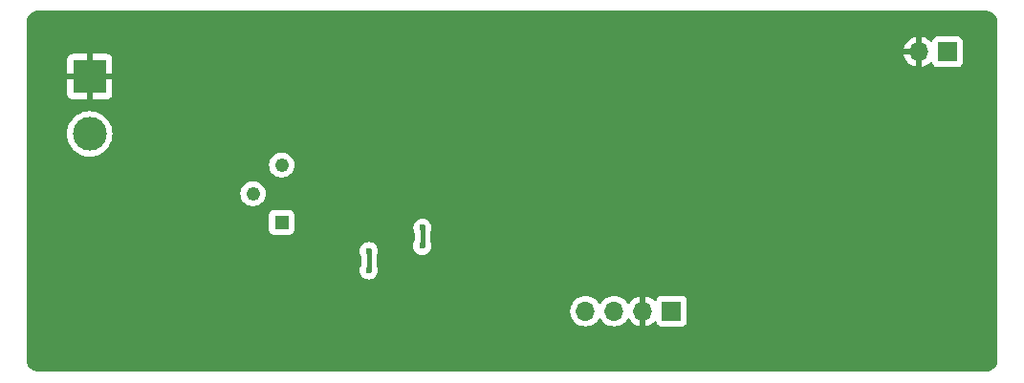
<source format=gbr>
%TF.GenerationSoftware,KiCad,Pcbnew,8.0.2*%
%TF.CreationDate,2024-06-27T01:20:11-06:00*%
%TF.ProjectId,2024_NE555_ChargePump,32303234-5f4e-4453-9535-355f43686172,rev?*%
%TF.SameCoordinates,Original*%
%TF.FileFunction,Copper,L2,Bot*%
%TF.FilePolarity,Positive*%
%FSLAX46Y46*%
G04 Gerber Fmt 4.6, Leading zero omitted, Abs format (unit mm)*
G04 Created by KiCad (PCBNEW 8.0.2) date 2024-06-27 01:20:11*
%MOMM*%
%LPD*%
G01*
G04 APERTURE LIST*
%TA.AperFunction,ComponentPad*%
%ADD10R,1.700000X1.700000*%
%TD*%
%TA.AperFunction,ComponentPad*%
%ADD11O,1.700000X1.700000*%
%TD*%
%TA.AperFunction,ComponentPad*%
%ADD12R,3.000000X3.000000*%
%TD*%
%TA.AperFunction,ComponentPad*%
%ADD13C,3.000000*%
%TD*%
%TA.AperFunction,ComponentPad*%
%ADD14R,1.222000X1.222000*%
%TD*%
%TA.AperFunction,ComponentPad*%
%ADD15C,1.222000*%
%TD*%
%TA.AperFunction,ViaPad*%
%ADD16C,0.600000*%
%TD*%
%TA.AperFunction,Conductor*%
%ADD17C,0.381000*%
%TD*%
G04 APERTURE END LIST*
D10*
%TO.P,J3,1,Pin_1*%
%TO.N,/Charge_Out*%
X152237600Y-86938000D03*
D11*
%TO.P,J3,2,Pin_2*%
%TO.N,GND*%
X149697600Y-86938000D03*
%TO.P,J3,3,Pin_3*%
%TO.N,/SQUARE_2*%
X147157600Y-86938000D03*
%TO.P,J3,4,Pin_4*%
%TO.N,/SQUARE_1*%
X144617600Y-86938000D03*
%TD*%
D10*
%TO.P,J2,1,Pin_1*%
%TO.N,Net-(J2-Pin_1)*%
X176687400Y-63957200D03*
D11*
%TO.P,J2,2,Pin_2*%
%TO.N,GND*%
X174147400Y-63957200D03*
%TD*%
D12*
%TO.P,J1,1,Pin_1*%
%TO.N,GND*%
X100711000Y-66141600D03*
D13*
%TO.P,J1,2,Pin_2*%
%TO.N,VCC*%
X100711000Y-71221600D03*
%TD*%
D14*
%TO.P,RV1,1,1*%
%TO.N,/DIS*%
X117703600Y-79070200D03*
D15*
%TO.P,RV1,2,2*%
X115163600Y-76530200D03*
%TO.P,RV1,3,3*%
%TO.N,/THR*%
X117703600Y-73990200D03*
%TD*%
D16*
%TO.N,VCC*%
X130149600Y-81153000D03*
X130175000Y-79552800D03*
X125425200Y-81610200D03*
X125425200Y-83337400D03*
%TO.N,GND*%
X123672600Y-70383400D03*
X111048800Y-65125600D03*
X120624600Y-71501000D03*
X121691400Y-65938400D03*
X113512600Y-71145400D03*
X107873800Y-73660000D03*
X174955200Y-68021200D03*
%TD*%
D17*
%TO.N,VCC*%
X130175000Y-79552800D02*
X130175000Y-81127600D01*
X130175000Y-81127600D02*
X130149600Y-81153000D01*
X125425200Y-83337400D02*
X125425200Y-81610200D01*
%TD*%
%TA.AperFunction,Conductor*%
%TO.N,GND*%
G36*
X180091451Y-60317982D02*
G01*
X180137600Y-60322062D01*
X180254675Y-60332414D01*
X180276175Y-60336246D01*
X180429036Y-60377661D01*
X180449523Y-60385203D01*
X180592754Y-60452801D01*
X180611606Y-60463826D01*
X180740742Y-60555502D01*
X180757369Y-60569665D01*
X180868417Y-60682578D01*
X180882299Y-60699436D01*
X180944709Y-60790528D01*
X180971810Y-60830083D01*
X180982521Y-60849120D01*
X181047718Y-60993446D01*
X181054922Y-61014067D01*
X181093782Y-61167591D01*
X181097256Y-61189157D01*
X181108965Y-61352585D01*
X181109265Y-61363510D01*
X181108259Y-61423943D01*
X181108481Y-61425879D01*
X181109288Y-61440000D01*
X181109499Y-91282187D01*
X181109027Y-91292995D01*
X181094896Y-91454518D01*
X181091143Y-91475805D01*
X181050582Y-91627181D01*
X181043189Y-91647492D01*
X180976962Y-91789515D01*
X180966155Y-91808234D01*
X180876265Y-91936610D01*
X180862371Y-91953167D01*
X180751567Y-92063971D01*
X180735010Y-92077865D01*
X180606634Y-92167755D01*
X180587915Y-92178562D01*
X180445892Y-92244789D01*
X180425581Y-92252182D01*
X180274205Y-92292743D01*
X180252919Y-92296496D01*
X180107332Y-92309233D01*
X180091394Y-92310628D01*
X180080588Y-92311100D01*
X96144412Y-92311100D01*
X96133605Y-92310628D01*
X96115754Y-92309066D01*
X95972080Y-92296496D01*
X95950794Y-92292743D01*
X95799418Y-92252182D01*
X95779107Y-92244789D01*
X95637084Y-92178562D01*
X95618365Y-92167755D01*
X95489989Y-92077865D01*
X95473432Y-92063971D01*
X95362628Y-91953167D01*
X95348734Y-91936610D01*
X95258844Y-91808234D01*
X95248037Y-91789515D01*
X95237614Y-91767164D01*
X95181807Y-91647485D01*
X95174419Y-91627187D01*
X95133855Y-91475804D01*
X95130103Y-91454518D01*
X95115972Y-91292995D01*
X95115500Y-91282188D01*
X95115500Y-86937999D01*
X143261941Y-86937999D01*
X143261941Y-86938000D01*
X143282536Y-87173403D01*
X143282538Y-87173413D01*
X143343694Y-87401655D01*
X143343696Y-87401659D01*
X143343697Y-87401663D01*
X143423604Y-87573023D01*
X143443565Y-87615830D01*
X143443567Y-87615834D01*
X143551881Y-87770521D01*
X143579105Y-87809401D01*
X143746199Y-87976495D01*
X143842984Y-88044265D01*
X143939765Y-88112032D01*
X143939767Y-88112033D01*
X143939770Y-88112035D01*
X144153937Y-88211903D01*
X144382192Y-88273063D01*
X144558634Y-88288500D01*
X144617599Y-88293659D01*
X144617600Y-88293659D01*
X144617601Y-88293659D01*
X144676566Y-88288500D01*
X144853008Y-88273063D01*
X145081263Y-88211903D01*
X145295430Y-88112035D01*
X145489001Y-87976495D01*
X145656095Y-87809401D01*
X145786025Y-87623842D01*
X145840602Y-87580217D01*
X145910100Y-87573023D01*
X145972455Y-87604546D01*
X145989175Y-87623842D01*
X146119100Y-87809395D01*
X146119105Y-87809401D01*
X146286199Y-87976495D01*
X146382984Y-88044265D01*
X146479765Y-88112032D01*
X146479767Y-88112033D01*
X146479770Y-88112035D01*
X146693937Y-88211903D01*
X146922192Y-88273063D01*
X147098634Y-88288500D01*
X147157599Y-88293659D01*
X147157600Y-88293659D01*
X147157601Y-88293659D01*
X147216566Y-88288500D01*
X147393008Y-88273063D01*
X147621263Y-88211903D01*
X147835430Y-88112035D01*
X148029001Y-87976495D01*
X148196095Y-87809401D01*
X148326330Y-87623405D01*
X148380907Y-87579781D01*
X148450405Y-87572587D01*
X148512760Y-87604110D01*
X148529479Y-87623405D01*
X148659490Y-87809078D01*
X148826517Y-87976105D01*
X149020021Y-88111600D01*
X149234107Y-88211429D01*
X149234116Y-88211433D01*
X149447600Y-88268634D01*
X149447600Y-87371012D01*
X149504607Y-87403925D01*
X149631774Y-87438000D01*
X149763426Y-87438000D01*
X149890593Y-87403925D01*
X149947600Y-87371012D01*
X149947600Y-88268633D01*
X150161083Y-88211433D01*
X150161092Y-88211429D01*
X150375178Y-88111600D01*
X150568678Y-87976108D01*
X150690733Y-87854053D01*
X150752056Y-87820568D01*
X150821748Y-87825552D01*
X150877682Y-87867423D01*
X150894597Y-87898401D01*
X150943802Y-88030328D01*
X150943806Y-88030335D01*
X151030052Y-88145544D01*
X151030055Y-88145547D01*
X151145264Y-88231793D01*
X151145271Y-88231797D01*
X151280117Y-88282091D01*
X151280116Y-88282091D01*
X151287044Y-88282835D01*
X151339727Y-88288500D01*
X153135472Y-88288499D01*
X153195083Y-88282091D01*
X153329931Y-88231796D01*
X153445146Y-88145546D01*
X153531396Y-88030331D01*
X153581691Y-87895483D01*
X153588100Y-87835873D01*
X153588099Y-86040128D01*
X153581691Y-85980517D01*
X153580602Y-85977598D01*
X153531397Y-85845671D01*
X153531393Y-85845664D01*
X153445147Y-85730455D01*
X153445144Y-85730452D01*
X153329935Y-85644206D01*
X153329928Y-85644202D01*
X153195082Y-85593908D01*
X153195083Y-85593908D01*
X153135483Y-85587501D01*
X153135481Y-85587500D01*
X153135473Y-85587500D01*
X153135464Y-85587500D01*
X151339729Y-85587500D01*
X151339723Y-85587501D01*
X151280116Y-85593908D01*
X151145271Y-85644202D01*
X151145264Y-85644206D01*
X151030055Y-85730452D01*
X151030052Y-85730455D01*
X150943806Y-85845664D01*
X150943802Y-85845671D01*
X150894597Y-85977598D01*
X150852726Y-86033532D01*
X150787261Y-86057949D01*
X150718988Y-86043097D01*
X150690734Y-86021946D01*
X150568682Y-85899894D01*
X150375178Y-85764399D01*
X150161092Y-85664570D01*
X150161086Y-85664567D01*
X149947600Y-85607364D01*
X149947600Y-86504988D01*
X149890593Y-86472075D01*
X149763426Y-86438000D01*
X149631774Y-86438000D01*
X149504607Y-86472075D01*
X149447600Y-86504988D01*
X149447600Y-85607364D01*
X149447599Y-85607364D01*
X149234113Y-85664567D01*
X149234107Y-85664570D01*
X149020022Y-85764399D01*
X149020020Y-85764400D01*
X148826526Y-85899886D01*
X148826520Y-85899891D01*
X148659491Y-86066920D01*
X148659490Y-86066922D01*
X148529480Y-86252595D01*
X148474903Y-86296219D01*
X148405404Y-86303412D01*
X148343050Y-86271890D01*
X148326330Y-86252594D01*
X148196094Y-86066597D01*
X148029002Y-85899506D01*
X148028995Y-85899501D01*
X147835434Y-85763967D01*
X147835430Y-85763965D01*
X147835428Y-85763964D01*
X147621263Y-85664097D01*
X147621259Y-85664096D01*
X147621255Y-85664094D01*
X147393013Y-85602938D01*
X147393003Y-85602936D01*
X147157601Y-85582341D01*
X147157599Y-85582341D01*
X146922196Y-85602936D01*
X146922186Y-85602938D01*
X146693944Y-85664094D01*
X146693935Y-85664098D01*
X146479771Y-85763964D01*
X146479769Y-85763965D01*
X146286197Y-85899505D01*
X146119105Y-86066597D01*
X145989175Y-86252158D01*
X145934598Y-86295783D01*
X145865100Y-86302977D01*
X145802745Y-86271454D01*
X145786025Y-86252158D01*
X145656094Y-86066597D01*
X145489002Y-85899506D01*
X145488995Y-85899501D01*
X145295434Y-85763967D01*
X145295430Y-85763965D01*
X145295428Y-85763964D01*
X145081263Y-85664097D01*
X145081259Y-85664096D01*
X145081255Y-85664094D01*
X144853013Y-85602938D01*
X144853003Y-85602936D01*
X144617601Y-85582341D01*
X144617599Y-85582341D01*
X144382196Y-85602936D01*
X144382186Y-85602938D01*
X144153944Y-85664094D01*
X144153935Y-85664098D01*
X143939771Y-85763964D01*
X143939769Y-85763965D01*
X143746197Y-85899505D01*
X143579105Y-86066597D01*
X143443565Y-86260169D01*
X143443564Y-86260171D01*
X143343698Y-86474335D01*
X143343694Y-86474344D01*
X143282538Y-86702586D01*
X143282536Y-86702596D01*
X143261941Y-86937999D01*
X95115500Y-86937999D01*
X95115500Y-81610196D01*
X124619635Y-81610196D01*
X124619635Y-81610203D01*
X124639830Y-81789449D01*
X124639831Y-81789454D01*
X124699411Y-81959724D01*
X124715193Y-81984839D01*
X124734200Y-82050812D01*
X124734200Y-82896787D01*
X124715195Y-82962757D01*
X124699409Y-82987880D01*
X124639833Y-83158137D01*
X124639830Y-83158150D01*
X124619635Y-83337396D01*
X124619635Y-83337403D01*
X124639830Y-83516649D01*
X124639831Y-83516654D01*
X124699411Y-83686923D01*
X124795384Y-83839662D01*
X124922938Y-83967216D01*
X125075678Y-84063189D01*
X125245945Y-84122768D01*
X125245950Y-84122769D01*
X125425196Y-84142965D01*
X125425200Y-84142965D01*
X125425204Y-84142965D01*
X125604449Y-84122769D01*
X125604452Y-84122768D01*
X125604455Y-84122768D01*
X125774722Y-84063189D01*
X125927462Y-83967216D01*
X126055016Y-83839662D01*
X126150989Y-83686922D01*
X126210568Y-83516655D01*
X126230765Y-83337400D01*
X126210568Y-83158145D01*
X126210567Y-83158143D01*
X126210566Y-83158137D01*
X126150990Y-82987880D01*
X126135205Y-82962757D01*
X126116200Y-82896787D01*
X126116200Y-82050812D01*
X126135207Y-81984839D01*
X126150988Y-81959724D01*
X126151394Y-81958565D01*
X126210568Y-81789455D01*
X126230765Y-81610200D01*
X126210568Y-81430945D01*
X126150989Y-81260678D01*
X126083328Y-81152996D01*
X129344035Y-81152996D01*
X129344035Y-81153003D01*
X129364230Y-81332249D01*
X129364231Y-81332254D01*
X129423811Y-81502523D01*
X129519784Y-81655262D01*
X129647338Y-81782816D01*
X129800078Y-81878789D01*
X129970345Y-81938368D01*
X129970350Y-81938369D01*
X130149596Y-81958565D01*
X130149600Y-81958565D01*
X130149604Y-81958565D01*
X130328849Y-81938369D01*
X130328852Y-81938368D01*
X130328855Y-81938368D01*
X130499122Y-81878789D01*
X130651862Y-81782816D01*
X130779416Y-81655262D01*
X130875389Y-81502522D01*
X130934968Y-81332255D01*
X130955165Y-81153000D01*
X130934968Y-80973745D01*
X130934967Y-80973743D01*
X130934966Y-80973737D01*
X130873090Y-80796906D01*
X130875239Y-80796153D01*
X130866000Y-80755679D01*
X130866000Y-79993412D01*
X130885007Y-79927439D01*
X130900788Y-79902324D01*
X130960368Y-79732054D01*
X130960369Y-79732049D01*
X130980565Y-79552803D01*
X130980565Y-79552796D01*
X130960369Y-79373550D01*
X130960368Y-79373545D01*
X130900788Y-79203276D01*
X130804815Y-79050537D01*
X130677262Y-78922984D01*
X130524523Y-78827011D01*
X130354254Y-78767431D01*
X130354249Y-78767430D01*
X130175004Y-78747235D01*
X130174996Y-78747235D01*
X129995750Y-78767430D01*
X129995745Y-78767431D01*
X129825476Y-78827011D01*
X129672737Y-78922984D01*
X129545184Y-79050537D01*
X129449211Y-79203276D01*
X129389631Y-79373545D01*
X129389630Y-79373550D01*
X129369435Y-79552796D01*
X129369435Y-79552803D01*
X129389630Y-79732049D01*
X129389631Y-79732054D01*
X129449211Y-79902324D01*
X129464993Y-79927439D01*
X129484000Y-79993412D01*
X129484000Y-80671963D01*
X129464994Y-80737934D01*
X129423809Y-80803479D01*
X129364233Y-80973737D01*
X129364230Y-80973750D01*
X129344035Y-81152996D01*
X126083328Y-81152996D01*
X126055016Y-81107938D01*
X125927462Y-80980384D01*
X125916883Y-80973737D01*
X125774723Y-80884411D01*
X125604454Y-80824831D01*
X125604449Y-80824830D01*
X125425204Y-80804635D01*
X125425196Y-80804635D01*
X125245950Y-80824830D01*
X125245945Y-80824831D01*
X125075676Y-80884411D01*
X124922937Y-80980384D01*
X124795384Y-81107937D01*
X124699411Y-81260676D01*
X124639831Y-81430945D01*
X124639830Y-81430950D01*
X124619635Y-81610196D01*
X95115500Y-81610196D01*
X95115500Y-78411335D01*
X116592100Y-78411335D01*
X116592100Y-79729070D01*
X116592101Y-79729076D01*
X116598508Y-79788683D01*
X116648802Y-79923528D01*
X116648806Y-79923535D01*
X116735052Y-80038744D01*
X116735055Y-80038747D01*
X116850264Y-80124993D01*
X116850271Y-80124997D01*
X116985117Y-80175291D01*
X116985116Y-80175291D01*
X116992044Y-80176035D01*
X117044727Y-80181700D01*
X118362472Y-80181699D01*
X118422083Y-80175291D01*
X118556931Y-80124996D01*
X118672146Y-80038746D01*
X118758396Y-79923531D01*
X118808691Y-79788683D01*
X118815100Y-79729073D01*
X118815099Y-78411328D01*
X118808691Y-78351717D01*
X118758396Y-78216869D01*
X118758395Y-78216868D01*
X118758393Y-78216864D01*
X118672147Y-78101655D01*
X118672144Y-78101652D01*
X118556935Y-78015406D01*
X118556928Y-78015402D01*
X118422082Y-77965108D01*
X118422083Y-77965108D01*
X118362483Y-77958701D01*
X118362481Y-77958700D01*
X118362473Y-77958700D01*
X118362464Y-77958700D01*
X117044729Y-77958700D01*
X117044723Y-77958701D01*
X116985116Y-77965108D01*
X116850271Y-78015402D01*
X116850264Y-78015406D01*
X116735055Y-78101652D01*
X116735052Y-78101655D01*
X116648806Y-78216864D01*
X116648802Y-78216871D01*
X116598508Y-78351717D01*
X116592101Y-78411316D01*
X116592101Y-78411323D01*
X116592100Y-78411335D01*
X95115500Y-78411335D01*
X95115500Y-76530199D01*
X114047338Y-76530199D01*
X114047338Y-76530200D01*
X114066344Y-76735313D01*
X114122717Y-76933443D01*
X114214531Y-77117829D01*
X114214533Y-77117832D01*
X114214535Y-77117836D01*
X114338672Y-77282221D01*
X114490902Y-77420996D01*
X114666039Y-77529437D01*
X114858120Y-77603849D01*
X115060604Y-77641700D01*
X115060606Y-77641700D01*
X115266594Y-77641700D01*
X115266596Y-77641700D01*
X115469080Y-77603849D01*
X115661161Y-77529437D01*
X115836298Y-77420996D01*
X115988528Y-77282221D01*
X116112665Y-77117836D01*
X116204483Y-76933440D01*
X116260856Y-76735313D01*
X116279862Y-76530200D01*
X116260856Y-76325087D01*
X116204483Y-76126960D01*
X116204482Y-76126956D01*
X116112668Y-75942570D01*
X116112667Y-75942569D01*
X116112665Y-75942564D01*
X115988528Y-75778179D01*
X115836298Y-75639404D01*
X115661161Y-75530963D01*
X115661160Y-75530962D01*
X115520712Y-75476553D01*
X115469080Y-75456551D01*
X115266596Y-75418700D01*
X115060604Y-75418700D01*
X114858120Y-75456551D01*
X114858117Y-75456551D01*
X114858117Y-75456552D01*
X114666039Y-75530962D01*
X114666038Y-75530963D01*
X114490906Y-75639401D01*
X114490904Y-75639402D01*
X114490902Y-75639404D01*
X114338672Y-75778179D01*
X114338670Y-75778181D01*
X114214540Y-75942556D01*
X114214531Y-75942570D01*
X114122717Y-76126956D01*
X114066344Y-76325086D01*
X114047338Y-76530199D01*
X95115500Y-76530199D01*
X95115500Y-73990199D01*
X116587338Y-73990199D01*
X116587338Y-73990200D01*
X116606344Y-74195313D01*
X116662717Y-74393443D01*
X116754531Y-74577829D01*
X116754533Y-74577832D01*
X116754535Y-74577836D01*
X116878672Y-74742221D01*
X117030902Y-74880996D01*
X117206039Y-74989437D01*
X117398120Y-75063849D01*
X117600604Y-75101700D01*
X117600606Y-75101700D01*
X117806594Y-75101700D01*
X117806596Y-75101700D01*
X118009080Y-75063849D01*
X118201161Y-74989437D01*
X118376298Y-74880996D01*
X118528528Y-74742221D01*
X118652665Y-74577836D01*
X118744483Y-74393440D01*
X118800856Y-74195313D01*
X118819862Y-73990200D01*
X118800856Y-73785087D01*
X118744483Y-73586960D01*
X118744482Y-73586956D01*
X118652668Y-73402570D01*
X118652667Y-73402569D01*
X118652665Y-73402564D01*
X118528528Y-73238179D01*
X118376298Y-73099404D01*
X118201161Y-72990963D01*
X118201160Y-72990962D01*
X118060712Y-72936553D01*
X118009080Y-72916551D01*
X117806596Y-72878700D01*
X117600604Y-72878700D01*
X117398120Y-72916551D01*
X117398117Y-72916551D01*
X117398117Y-72916552D01*
X117206039Y-72990962D01*
X117206038Y-72990963D01*
X117030906Y-73099401D01*
X117030904Y-73099402D01*
X117030902Y-73099404D01*
X116913099Y-73206795D01*
X116878672Y-73238179D01*
X116878670Y-73238181D01*
X116754540Y-73402556D01*
X116754531Y-73402570D01*
X116662717Y-73586956D01*
X116606344Y-73785086D01*
X116587338Y-73990199D01*
X95115500Y-73990199D01*
X95115500Y-71221598D01*
X98705390Y-71221598D01*
X98705390Y-71221601D01*
X98725804Y-71507033D01*
X98786628Y-71786637D01*
X98886635Y-72054766D01*
X99023770Y-72305909D01*
X99023775Y-72305917D01*
X99195254Y-72534987D01*
X99195270Y-72535005D01*
X99397594Y-72737329D01*
X99397612Y-72737345D01*
X99626682Y-72908824D01*
X99626690Y-72908829D01*
X99877833Y-73045964D01*
X99877832Y-73045964D01*
X99877836Y-73045965D01*
X99877839Y-73045967D01*
X100145954Y-73145969D01*
X100145960Y-73145970D01*
X100145962Y-73145971D01*
X100425566Y-73206795D01*
X100425568Y-73206795D01*
X100425572Y-73206796D01*
X100679220Y-73224937D01*
X100710999Y-73227210D01*
X100711000Y-73227210D01*
X100711001Y-73227210D01*
X100739595Y-73225164D01*
X100996428Y-73206796D01*
X101276046Y-73145969D01*
X101544161Y-73045967D01*
X101795315Y-72908826D01*
X102024395Y-72737339D01*
X102226739Y-72534995D01*
X102398226Y-72305915D01*
X102535367Y-72054761D01*
X102635369Y-71786646D01*
X102696196Y-71507028D01*
X102716610Y-71221600D01*
X102696196Y-70936172D01*
X102635369Y-70656554D01*
X102535367Y-70388439D01*
X102398226Y-70137285D01*
X102398224Y-70137282D01*
X102226745Y-69908212D01*
X102226729Y-69908194D01*
X102024405Y-69705870D01*
X102024387Y-69705854D01*
X101795317Y-69534375D01*
X101795309Y-69534370D01*
X101544166Y-69397235D01*
X101544167Y-69397235D01*
X101436915Y-69357232D01*
X101276046Y-69297231D01*
X101276043Y-69297230D01*
X101276037Y-69297228D01*
X100996433Y-69236404D01*
X100711001Y-69215990D01*
X100710999Y-69215990D01*
X100425566Y-69236404D01*
X100145962Y-69297228D01*
X99877833Y-69397235D01*
X99626690Y-69534370D01*
X99626682Y-69534375D01*
X99397612Y-69705854D01*
X99397594Y-69705870D01*
X99195270Y-69908194D01*
X99195254Y-69908212D01*
X99023775Y-70137282D01*
X99023770Y-70137290D01*
X98886635Y-70388433D01*
X98786628Y-70656562D01*
X98725804Y-70936166D01*
X98705390Y-71221598D01*
X95115500Y-71221598D01*
X95115500Y-64593755D01*
X98711000Y-64593755D01*
X98711000Y-65891600D01*
X99991936Y-65891600D01*
X99980207Y-65919916D01*
X99951000Y-66066747D01*
X99951000Y-66216453D01*
X99980207Y-66363284D01*
X99991936Y-66391600D01*
X98711000Y-66391600D01*
X98711000Y-67689444D01*
X98717401Y-67748972D01*
X98717403Y-67748979D01*
X98767645Y-67883686D01*
X98767649Y-67883693D01*
X98853809Y-67998787D01*
X98853812Y-67998790D01*
X98968906Y-68084950D01*
X98968913Y-68084954D01*
X99103620Y-68135196D01*
X99103627Y-68135198D01*
X99163155Y-68141599D01*
X99163172Y-68141600D01*
X100461000Y-68141600D01*
X100461000Y-66860664D01*
X100489316Y-66872393D01*
X100636147Y-66901600D01*
X100785853Y-66901600D01*
X100932684Y-66872393D01*
X100961000Y-66860664D01*
X100961000Y-68141600D01*
X102258828Y-68141600D01*
X102258844Y-68141599D01*
X102318372Y-68135198D01*
X102318379Y-68135196D01*
X102453086Y-68084954D01*
X102453093Y-68084950D01*
X102568187Y-67998790D01*
X102568190Y-67998787D01*
X102654350Y-67883693D01*
X102654354Y-67883686D01*
X102704596Y-67748979D01*
X102704598Y-67748972D01*
X102710999Y-67689444D01*
X102711000Y-67689427D01*
X102711000Y-66391600D01*
X101430064Y-66391600D01*
X101441793Y-66363284D01*
X101471000Y-66216453D01*
X101471000Y-66066747D01*
X101441793Y-65919916D01*
X101430064Y-65891600D01*
X102711000Y-65891600D01*
X102711000Y-64593772D01*
X102710999Y-64593755D01*
X102704598Y-64534227D01*
X102704596Y-64534220D01*
X102654354Y-64399513D01*
X102654350Y-64399506D01*
X102568190Y-64284412D01*
X102568187Y-64284409D01*
X102453093Y-64198249D01*
X102453086Y-64198245D01*
X102318379Y-64148003D01*
X102318372Y-64148001D01*
X102258844Y-64141600D01*
X100961000Y-64141600D01*
X100961000Y-65422535D01*
X100932684Y-65410807D01*
X100785853Y-65381600D01*
X100636147Y-65381600D01*
X100489316Y-65410807D01*
X100461000Y-65422535D01*
X100461000Y-64141600D01*
X99163155Y-64141600D01*
X99103627Y-64148001D01*
X99103620Y-64148003D01*
X98968913Y-64198245D01*
X98968906Y-64198249D01*
X98853812Y-64284409D01*
X98853809Y-64284412D01*
X98767649Y-64399506D01*
X98767645Y-64399513D01*
X98717403Y-64534220D01*
X98717401Y-64534227D01*
X98711000Y-64593755D01*
X95115500Y-64593755D01*
X95115500Y-63707199D01*
X172816764Y-63707199D01*
X172816764Y-63707200D01*
X173714388Y-63707200D01*
X173681475Y-63764207D01*
X173647400Y-63891374D01*
X173647400Y-64023026D01*
X173681475Y-64150193D01*
X173714388Y-64207200D01*
X172816764Y-64207200D01*
X172873967Y-64420686D01*
X172873970Y-64420692D01*
X172973799Y-64634778D01*
X173109294Y-64828282D01*
X173276317Y-64995305D01*
X173469821Y-65130800D01*
X173683907Y-65230629D01*
X173683916Y-65230633D01*
X173897400Y-65287834D01*
X173897400Y-64390212D01*
X173954407Y-64423125D01*
X174081574Y-64457200D01*
X174213226Y-64457200D01*
X174340393Y-64423125D01*
X174397400Y-64390212D01*
X174397400Y-65287833D01*
X174610883Y-65230633D01*
X174610892Y-65230629D01*
X174824978Y-65130800D01*
X175018478Y-64995308D01*
X175140533Y-64873253D01*
X175201856Y-64839768D01*
X175271548Y-64844752D01*
X175327482Y-64886623D01*
X175344397Y-64917601D01*
X175393602Y-65049528D01*
X175393606Y-65049535D01*
X175479852Y-65164744D01*
X175479855Y-65164747D01*
X175595064Y-65250993D01*
X175595071Y-65250997D01*
X175729917Y-65301291D01*
X175729916Y-65301291D01*
X175736844Y-65302035D01*
X175789527Y-65307700D01*
X177585272Y-65307699D01*
X177644883Y-65301291D01*
X177779731Y-65250996D01*
X177894946Y-65164746D01*
X177981196Y-65049531D01*
X178031491Y-64914683D01*
X178037900Y-64855073D01*
X178037899Y-63059328D01*
X178031491Y-62999717D01*
X178030402Y-62996798D01*
X177981197Y-62864871D01*
X177981193Y-62864864D01*
X177894947Y-62749655D01*
X177894944Y-62749652D01*
X177779735Y-62663406D01*
X177779728Y-62663402D01*
X177644882Y-62613108D01*
X177644883Y-62613108D01*
X177585283Y-62606701D01*
X177585281Y-62606700D01*
X177585273Y-62606700D01*
X177585264Y-62606700D01*
X175789529Y-62606700D01*
X175789523Y-62606701D01*
X175729916Y-62613108D01*
X175595071Y-62663402D01*
X175595064Y-62663406D01*
X175479855Y-62749652D01*
X175479852Y-62749655D01*
X175393606Y-62864864D01*
X175393602Y-62864871D01*
X175344397Y-62996798D01*
X175302526Y-63052732D01*
X175237061Y-63077149D01*
X175168788Y-63062297D01*
X175140534Y-63041146D01*
X175018482Y-62919094D01*
X174824978Y-62783599D01*
X174610892Y-62683770D01*
X174610886Y-62683767D01*
X174397400Y-62626564D01*
X174397400Y-63524188D01*
X174340393Y-63491275D01*
X174213226Y-63457200D01*
X174081574Y-63457200D01*
X173954407Y-63491275D01*
X173897400Y-63524188D01*
X173897400Y-62626564D01*
X173897399Y-62626564D01*
X173683913Y-62683767D01*
X173683907Y-62683770D01*
X173469822Y-62783599D01*
X173469820Y-62783600D01*
X173276326Y-62919086D01*
X173276320Y-62919091D01*
X173109291Y-63086120D01*
X173109286Y-63086126D01*
X172973800Y-63279620D01*
X172973799Y-63279622D01*
X172873970Y-63493707D01*
X172873967Y-63493713D01*
X172816764Y-63707199D01*
X95115500Y-63707199D01*
X95115500Y-61346470D01*
X95115982Y-61335549D01*
X95130414Y-61172326D01*
X95134245Y-61150826D01*
X95175662Y-60997959D01*
X95183201Y-60977480D01*
X95250803Y-60834239D01*
X95261826Y-60815393D01*
X95344143Y-60699441D01*
X95353502Y-60686256D01*
X95367665Y-60669630D01*
X95480583Y-60558577D01*
X95497429Y-60544705D01*
X95628089Y-60455185D01*
X95647113Y-60444481D01*
X95791453Y-60379278D01*
X95812060Y-60372079D01*
X95965596Y-60333216D01*
X95987152Y-60329743D01*
X96150588Y-60318032D01*
X96161510Y-60317733D01*
X96221939Y-60318741D01*
X96221950Y-60318738D01*
X96223852Y-60318520D01*
X96237988Y-60317710D01*
X180080530Y-60317500D01*
X180091451Y-60317982D01*
G37*
%TD.AperFunction*%
%TD*%
M02*

</source>
